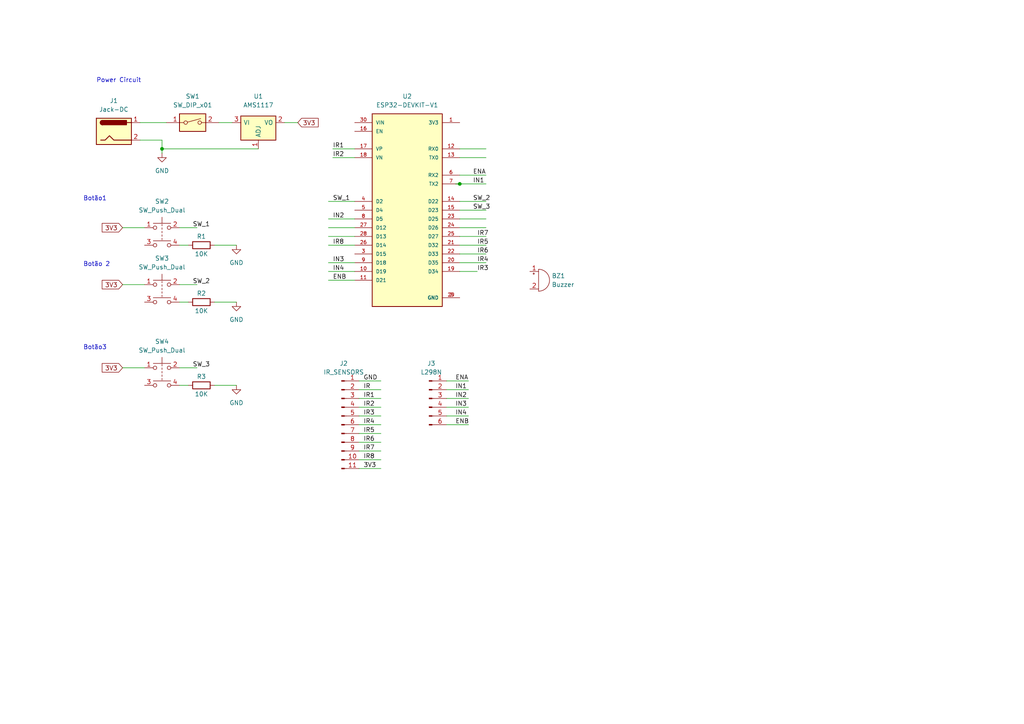
<source format=kicad_sch>
(kicad_sch (version 20211123) (generator eeschema)
  (paper "A4")
  (lib_symbols
    (symbol "Connector:Conn_01x06_Male" (pin_names (offset 1.016) hide)
      (property "Reference" "J" (at 0 7.62 0))
      (property "Value" "Conn_01x06_Male" (at 0 -10.16 0))
      (symbol "Conn_01x06_Male_1_1"
        (polyline (pts (xy 1.27 -7.62) (xy 0.8636 -7.62)) (stroke (width 0.1524)))
        (polyline (pts (xy 1.27 -5.08) (xy 0.8636 -5.08)) (stroke (width 0.1524)))
        (polyline (pts (xy 1.27 -2.54) (xy 0.8636 -2.54)) (stroke (width 0.1524)))
        (polyline (pts (xy 1.27 0) (xy 0.8636 0)) (stroke (width 0.1524)))
        (polyline (pts (xy 1.27 2.54) (xy 0.8636 2.54)) (stroke (width 0.1524)))
        (polyline (pts (xy 1.27 5.08) (xy 0.8636 5.08)) (stroke (width 0.1524)))
        (rectangle (start 0.8636 -7.493) (end 0 -7.747) (stroke (width 0.1524)) (fill (type outline)))
        (rectangle (start 0.8636 -4.953) (end 0 -5.207) (stroke (width 0.1524)) (fill (type outline)))
        (rectangle (start 0.8636 -2.413) (end 0 -2.667) (stroke (width 0.1524)) (fill (type outline)))
        (rectangle (start 0.8636 0.127) (end 0 -0.127) (stroke (width 0.1524)) (fill (type outline)))
        (rectangle (start 0.8636 2.667) (end 0 2.413) (stroke (width 0.1524)) (fill (type outline)))
        (rectangle (start 0.8636 5.207) (end 0 4.953) (stroke (width 0.1524)) (fill (type outline)))
        (pin passive line (at 5.08 5.08 180) (length 3.81) (name "Pin_1") (number "1"))
        (pin passive line (at 5.08 2.54 180) (length 3.81) (name "Pin_2") (number "2"))
        (pin passive line (at 5.08 0 180) (length 3.81) (name "Pin_3") (number "3"))
        (pin passive line (at 5.08 -2.54 180) (length 3.81) (name "Pin_4") (number "4"))
        (pin passive line (at 5.08 -5.08 180) (length 3.81) (name "Pin_5") (number "5"))
        (pin passive line (at 5.08 -7.62 180) (length 3.81) (name "Pin_6") (number "6"))
      )
    )
    (symbol "Connector:Conn_01x11_Male" (pin_names (offset 1.016) hide)
      (property "Reference" "J" (at 0 15.24 0))
      (property "Value" "Conn_01x11_Male" (at 0 -15.24 0))
      (symbol "Conn_01x11_Male_1_1"
        (polyline (pts (xy 1.27 -12.7) (xy 0.8636 -12.7)) (stroke (width 0.1524)))
        (polyline (pts (xy 1.27 -10.16) (xy 0.8636 -10.16)) (stroke (width 0.1524)))
        (polyline (pts (xy 1.27 -7.62) (xy 0.8636 -7.62)) (stroke (width 0.1524)))
        (polyline (pts (xy 1.27 -5.08) (xy 0.8636 -5.08)) (stroke (width 0.1524)))
        (polyline (pts (xy 1.27 -2.54) (xy 0.8636 -2.54)) (stroke (width 0.1524)))
        (polyline (pts (xy 1.27 0) (xy 0.8636 0)) (stroke (width 0.1524)))
        (polyline (pts (xy 1.27 2.54) (xy 0.8636 2.54)) (stroke (width 0.1524)))
        (polyline (pts (xy 1.27 5.08) (xy 0.8636 5.08)) (stroke (width 0.1524)))
        (polyline (pts (xy 1.27 7.62) (xy 0.8636 7.62)) (stroke (width 0.1524)))
        (polyline (pts (xy 1.27 10.16) (xy 0.8636 10.16)) (stroke (width 0.1524)))
        (polyline (pts (xy 1.27 12.7) (xy 0.8636 12.7)) (stroke (width 0.1524)))
        (rectangle (start 0.8636 -12.573) (end 0 -12.827) (stroke (width 0.1524)) (fill (type outline)))
        (rectangle (start 0.8636 -10.033) (end 0 -10.287) (stroke (width 0.1524)) (fill (type outline)))
        (rectangle (start 0.8636 -7.493) (end 0 -7.747) (stroke (width 0.1524)) (fill (type outline)))
        (rectangle (start 0.8636 -4.953) (end 0 -5.207) (stroke (width 0.1524)) (fill (type outline)))
        (rectangle (start 0.8636 -2.413) (end 0 -2.667) (stroke (width 0.1524)) (fill (type outline)))
        (rectangle (start 0.8636 0.127) (end 0 -0.127) (stroke (width 0.1524)) (fill (type outline)))
        (rectangle (start 0.8636 2.667) (end 0 2.413) (stroke (width 0.1524)) (fill (type outline)))
        (rectangle (start 0.8636 5.207) (end 0 4.953) (stroke (width 0.1524)) (fill (type outline)))
        (rectangle (start 0.8636 7.747) (end 0 7.493) (stroke (width 0.1524)) (fill (type outline)))
        (rectangle (start 0.8636 10.287) (end 0 10.033) (stroke (width 0.1524)) (fill (type outline)))
        (rectangle (start 0.8636 12.827) (end 0 12.573) (stroke (width 0.1524)) (fill (type outline)))
        (pin passive line (at 5.08 12.7 180) (length 3.81) (name "Pin_1") (number "1"))
        (pin passive line (at 5.08 -10.16 180) (length 3.81) (name "Pin_10") (number "10"))
        (pin passive line (at 5.08 -12.7 180) (length 3.81) (name "Pin_11") (number "11"))
        (pin passive line (at 5.08 10.16 180) (length 3.81) (name "Pin_2") (number "2"))
        (pin passive line (at 5.08 7.62 180) (length 3.81) (name "Pin_3") (number "3"))
        (pin passive line (at 5.08 5.08 180) (length 3.81) (name "Pin_4") (number "4"))
        (pin passive line (at 5.08 2.54 180) (length 3.81) (name "Pin_5") (number "5"))
        (pin passive line (at 5.08 0 180) (length 3.81) (name "Pin_6") (number "6"))
        (pin passive line (at 5.08 -2.54 180) (length 3.81) (name "Pin_7") (number "7"))
        (pin passive line (at 5.08 -5.08 180) (length 3.81) (name "Pin_8") (number "8"))
        (pin passive line (at 5.08 -7.62 180) (length 3.81) (name "Pin_9") (number "9"))
      )
    )
    (symbol "Connector:Jack-DC" (pin_names (offset 1.016))
      (property "Reference" "J" (at 0 5.334 0))
      (property "Value" "Jack-DC" (at 0 -5.08 0))
      (symbol "Jack-DC_0_1"
        (rectangle (start -5.08 3.81) (end 5.08 -3.81) (stroke (width 0.254)) (fill (type background)))
        (arc (start -3.302 3.175) (mid -3.937 2.54) (end -3.302 1.905) (stroke (width 0.254)))
        (arc (start -3.302 3.175) (mid -3.937 2.54) (end -3.302 1.905) (stroke (width 0.254)) (fill (type outline)))
        (polyline (pts (xy 5.08 2.54) (xy 3.81 2.54)) (stroke (width 0.254)))
        (polyline (pts (xy -3.81 -2.54) (xy -2.54 -2.54) (xy -1.27 -1.27) (xy 0 -2.54) (xy 2.54 -2.54) (xy 5.08 -2.54)) (stroke (width 0.254)))
        (rectangle (start 3.683 3.175) (end -3.302 1.905) (stroke (width 0.254)) (fill (type outline)))
      )
      (symbol "Jack-DC_1_1"
        (pin passive line (at 7.62 2.54 180) (length 2.54) (name "~") (number "1"))
        (pin passive line (at 7.62 -2.54 180) (length 2.54) (name "~") (number "2"))
      )
    )
    (symbol "Device:Buzzer" (pin_names (offset 0.0254) hide)
      (property "Reference" "BZ" (at 3.81 1.27 0))
      (property "Value" "Buzzer" (at 3.81 -1.27 0))
      (symbol "Buzzer_0_1"
        (arc (start 0 -3.175) (mid 3.175 0) (end 0 3.175))
        (polyline (pts (xy -1.651 1.905) (xy -1.143 1.905)))
        (polyline (pts (xy -1.397 2.159) (xy -1.397 1.651)))
        (polyline (pts (xy 0 3.175) (xy 0 -3.175)))
      )
      (symbol "Buzzer_1_1"
        (pin passive line (at -2.54 2.54 0) (length 2.54) (name "-") (number "1"))
        (pin passive line (at -2.54 -2.54 0) (length 2.54) (name "+") (number "2"))
      )
    )
    (symbol "Device:R" (pin_numbers hide) (pin_names (offset 0))
      (property "Reference" "R" (at 2.032 0 90))
      (property "Value" "R" (at 0 0 90))
      (symbol "R_0_1"
        (rectangle (start -1.016 -2.54) (end 1.016 2.54) (stroke (width 0.254)))
      )
      (symbol "R_1_1"
        (pin passive line (at 0 3.81 270) (length 1.27) (name "~") (number "1"))
        (pin passive line (at 0 -3.81 90) (length 1.27) (name "~") (number "2"))
      )
    )
    (symbol "ESP32-DEVKIT-V1:ESP32-DEVKIT-V1" (pin_names (offset 1.016))
      (property "Reference" "U" (at -10.16 30.48 0))
      (property "Value" "ESP32-DEVKIT-V1" (at -10.16 -30.48 0))
      (symbol "ESP32-DEVKIT-V1_0_0"
        (rectangle (start -10.16 -27.94) (end 10.16 27.94) (stroke (width 0.254)) (fill (type background)))
        (pin output line (at 15.24 25.4 180) (length 5.08) (name "3V3") (number "1"))
        (pin bidirectional line (at -15.24 -17.78 0) (length 5.08) (name "D19") (number "10"))
        (pin bidirectional line (at -15.24 -20.32 0) (length 5.08) (name "D21") (number "11"))
        (pin input line (at 15.24 17.78 180) (length 5.08) (name "RX0") (number "12"))
        (pin output line (at 15.24 15.24 180) (length 5.08) (name "TX0") (number "13"))
        (pin bidirectional line (at 15.24 2.54 180) (length 5.08) (name "D22") (number "14"))
        (pin bidirectional line (at 15.24 0 180) (length 5.08) (name "D23") (number "15"))
        (pin input line (at -15.24 22.86 0) (length 5.08) (name "EN") (number "16"))
        (pin bidirectional line (at -15.24 17.78 0) (length 5.08) (name "VP") (number "17"))
        (pin bidirectional line (at -15.24 15.24 0) (length 5.08) (name "VN") (number "18"))
        (pin bidirectional line (at 15.24 -17.78 180) (length 5.08) (name "D34") (number "19"))
        (pin power_in line (at 15.24 -25.4 180) (length 5.08) (name "GND") (number "2"))
        (pin bidirectional line (at 15.24 -15.24 180) (length 5.08) (name "D35") (number "20"))
        (pin bidirectional line (at 15.24 -10.16 180) (length 5.08) (name "D32") (number "21"))
        (pin bidirectional line (at 15.24 -12.7 180) (length 5.08) (name "D33") (number "22"))
        (pin bidirectional line (at 15.24 -2.54 180) (length 5.08) (name "D25") (number "23"))
        (pin bidirectional line (at 15.24 -5.08 180) (length 5.08) (name "D26") (number "24"))
        (pin bidirectional line (at 15.24 -7.62 180) (length 5.08) (name "D27") (number "25"))
        (pin bidirectional line (at -15.24 -10.16 0) (length 5.08) (name "D14") (number "26"))
        (pin bidirectional line (at -15.24 -5.08 0) (length 5.08) (name "D12") (number "27"))
        (pin bidirectional line (at -15.24 -7.62 0) (length 5.08) (name "D13") (number "28"))
        (pin power_in line (at 15.24 -25.4 180) (length 5.08) (name "GND") (number "29"))
        (pin bidirectional line (at -15.24 -12.7 0) (length 5.08) (name "D15") (number "3"))
        (pin input line (at -15.24 25.4 0) (length 5.08) (name "VIN") (number "30"))
        (pin bidirectional line (at -15.24 2.54 0) (length 5.08) (name "D2") (number "4"))
        (pin bidirectional line (at -15.24 0 0) (length 5.08) (name "D4") (number "5"))
        (pin input line (at 15.24 10.16 180) (length 5.08) (name "RX2") (number "6"))
        (pin output line (at 15.24 7.62 180) (length 5.08) (name "TX2") (number "7"))
        (pin bidirectional line (at -15.24 -2.54 0) (length 5.08) (name "D5") (number "8"))
        (pin bidirectional line (at -15.24 -15.24 0) (length 5.08) (name "D18") (number "9"))
      )
    )
    (symbol "Regulator_Linear:AMS1117" (pin_names (offset 0.762))
      (property "Reference" "U" (at -3.81 3.175 0))
      (property "Value" "AMS1117" (at 0 3.175 0))
      (symbol "AMS1117_0_1"
        (rectangle (start -5.08 -5.08) (end 5.08 1.905) (stroke (width 0.254)) (fill (type background)))
      )
      (symbol "AMS1117_1_1"
        (pin input line (at 0 -7.62 90) (length 2.54) (name "ADJ") (number "1"))
        (pin power_out line (at 7.62 0 180) (length 2.54) (name "VO") (number "2"))
        (pin power_in line (at -7.62 0 0) (length 2.54) (name "VI") (number "3"))
      )
    )
    (symbol "Switch:SW_DIP_x01" (pin_names (offset 0) hide)
      (property "Reference" "SW" (at 0 3.81 0))
      (property "Value" "SW_DIP_x01" (at 0 -3.81 0))
      (symbol "SW_DIP_x01_0_0"
        (circle (center -2.032 0) (radius 0.508))
        (polyline (pts (xy -1.524 0.127) (xy 2.3622 1.1684)))
        (circle (center 2.032 0) (radius 0.508))
      )
      (symbol "SW_DIP_x01_0_1"
        (rectangle (start -3.81 2.54) (end 3.81 -2.54) (stroke (width 0.254)) (fill (type background)))
      )
      (symbol "SW_DIP_x01_1_1"
        (pin passive line (at -7.62 0 0) (length 5.08) (name "~") (number "1"))
        (pin passive line (at 7.62 0 180) (length 5.08) (name "~") (number "2"))
      )
    )
    (symbol "Switch:SW_Push_Dual" (pin_names (offset 1.016) hide)
      (property "Reference" "SW" (at 1.27 2.54 0))
      (property "Value" "SW_Push_Dual" (at 0 -6.858 0))
      (symbol "SW_Push_Dual_0_1"
        (circle (center -2.032 -5.08) (radius 0.508))
        (circle (center -2.032 0) (radius 0.508))
        (polyline (pts (xy 0 -3.048) (xy 0 -3.556)))
        (polyline (pts (xy 0 -2.032) (xy 0 -2.54)))
        (polyline (pts (xy 0 -1.524) (xy 0 -1.016)))
        (polyline (pts (xy 0 -0.508) (xy 0 0)))
        (polyline (pts (xy 0 0.508) (xy 0 1.016)))
        (polyline (pts (xy 0 1.27) (xy 0 3.048)))
        (polyline (pts (xy 2.54 -3.81) (xy -2.54 -3.81)))
        (polyline (pts (xy 2.54 1.27) (xy -2.54 1.27)))
        (circle (center 2.032 -5.08) (radius 0.508))
        (circle (center 2.032 0) (radius 0.508))
        (pin passive line (at -5.08 0 0) (length 2.54) (name "1") (number "1"))
        (pin passive line (at 5.08 0 180) (length 2.54) (name "2") (number "2"))
        (pin passive line (at -5.08 -5.08 0) (length 2.54) (name "3") (number "3"))
        (pin passive line (at 5.08 -5.08 180) (length 2.54) (name "4") (number "4"))
      )
    )
    (symbol "power:GND" (power) (pin_names (offset 0))
      (property "Value" "GND" (at 0 -3.81 0))
      (symbol "GND_0_1"
        (polyline (pts (xy 0 0) (xy 0 -1.27) (xy 1.27 -1.27) (xy 0 -2.54) (xy -1.27 -1.27) (xy 0 -1.27)))
      )
      (symbol "GND_1_1"
        (pin power_in line (at 0 0 270) (length 0) hide (name "GND") (number "1"))
      )
    )
  )
  (junction (at 46.99 43.18))
  (junction (at 133.35 53.34))
  (wire (pts (xy 95.25 66.04) (xy 102.87 66.04)))
  (wire (pts (xy 52.07 111.76) (xy 54.61 111.76)))
  (wire (pts (xy 96.52 45.72) (xy 102.87 45.72)))
  (wire (pts (xy 104.14 133.35) (xy 110.49 133.35)))
  (wire (pts (xy 62.23 111.76) (xy 68.58 111.76)))
  (wire (pts (xy 129.54 110.49) (xy 135.89 110.49)))
  (wire (pts (xy 95.25 76.2) (xy 102.87 76.2)))
  (wire (pts (xy 82.55 35.56) (xy 86.36 35.56)))
  (wire (pts (xy 133.35 53.34) (xy 140.97 53.34)))
  (wire (pts (xy 133.35 63.5) (xy 140.97 63.5)))
  (wire (pts (xy 104.14 130.81) (xy 110.49 130.81)))
  (wire (pts (xy 52.07 106.68) (xy 57.15 106.68)))
  (wire (pts (xy 129.54 113.03) (xy 135.89 113.03)))
  (wire (pts (xy 104.14 128.27) (xy 110.49 128.27)))
  (wire (pts (xy 46.99 40.64) (xy 46.99 43.18)))
  (wire (pts (xy 52.07 71.12) (xy 54.61 71.12)))
  (wire (pts (xy 104.14 110.49) (xy 110.49 110.49)))
  (wire (pts (xy 62.23 87.63) (xy 68.58 87.63)))
  (wire (pts (xy 95.25 68.58) (xy 102.87 68.58)))
  (wire (pts (xy 133.35 71.12) (xy 140.97 71.12)))
  (wire (pts (xy 96.52 43.18) (xy 102.87 43.18)))
  (wire (pts (xy 104.14 118.11) (xy 110.49 118.11)))
  (wire (pts (xy 133.35 43.18) (xy 140.97 43.18)))
  (wire (pts (xy 133.35 60.96) (xy 140.97 60.96)))
  (wire (pts (xy 104.14 123.19) (xy 110.49 123.19)))
  (wire (pts (xy 129.54 115.57) (xy 135.89 115.57)))
  (wire (pts (xy 95.25 58.42) (xy 102.87 58.42)))
  (wire (pts (xy 133.35 78.74) (xy 138.43 78.74)))
  (wire (pts (xy 104.14 115.57) (xy 110.49 115.57)))
  (wire (pts (xy 40.64 40.64) (xy 46.99 40.64)))
  (wire (pts (xy 95.25 63.5) (xy 102.87 63.5)))
  (wire (pts (xy 133.35 68.58) (xy 140.97 68.58)))
  (wire (pts (xy 95.25 78.74) (xy 102.87 78.74)))
  (wire (pts (xy 52.07 87.63) (xy 54.61 87.63)))
  (wire (pts (xy 133.35 58.42) (xy 140.97 58.42)))
  (wire (pts (xy 129.54 120.65) (xy 135.89 120.65)))
  (wire (pts (xy 52.07 82.55) (xy 57.15 82.55)))
  (wire (pts (xy 104.14 135.89) (xy 110.49 135.89)))
  (wire (pts (xy 104.14 120.65) (xy 110.49 120.65)))
  (wire (pts (xy 129.54 118.11) (xy 135.89 118.11)))
  (wire (pts (xy 95.25 81.28) (xy 102.87 81.28)))
  (wire (pts (xy 133.35 50.8) (xy 140.97 50.8)))
  (wire (pts (xy 95.25 71.12) (xy 102.87 71.12)))
  (wire (pts (xy 133.35 66.04) (xy 140.97 66.04)))
  (wire (pts (xy 52.07 66.04) (xy 57.15 66.04)))
  (wire (pts (xy 129.54 123.19) (xy 135.89 123.19)))
  (wire (pts (xy 62.23 71.12) (xy 68.58 71.12)))
  (wire (pts (xy 133.35 45.72) (xy 140.97 45.72)))
  (wire (pts (xy 133.35 76.2) (xy 140.97 76.2)))
  (wire (pts (xy 40.64 35.56) (xy 48.26 35.56)))
  (wire (pts (xy 63.5 35.56) (xy 67.31 35.56)))
  (wire (pts (xy 35.56 66.04) (xy 41.91 66.04)))
  (wire (pts (xy 74.93 43.18) (xy 46.99 43.18)))
  (wire (pts (xy 35.56 106.68) (xy 41.91 106.68)))
  (wire (pts (xy 104.14 113.03) (xy 110.49 113.03)))
  (wire (pts (xy 46.99 43.18) (xy 46.99 44.45)))
  (wire (pts (xy 132.08 53.34) (xy 133.35 53.34)))
  (wire (pts (xy 35.56 82.55) (xy 41.91 82.55)))
  (wire (pts (xy 133.35 73.66) (xy 140.97 73.66)))
  (wire (pts (xy 104.14 125.73) (xy 110.49 125.73)))
  (text "Power Circuit\n" (at 27.94 24.13 0) (effects (font (size 1.27 1.27)) (justify left bottom)))
  (text "Botão1\n" (at 24.13 58.42 0) (effects (font (size 1.27 1.27)) (justify left bottom)))
  (text "Botão3\n" (at 24.13 101.6 0) (effects (font (size 1.27 1.27)) (justify left bottom)))
  (text "Botão 2\n" (at 24.13 77.47 0) (effects (font (size 1.27 1.27)) (justify left bottom)))
  (label "ENB" (at 96.52 81.28 0))
  (label "IN4" (at 96.52 78.74 0))
  (label "IN1" (at 132.08 113.03 0))
  (label "IR6" (at 105.41 128.27 0))
  (label "IR" (at 105.41 113.03 0))
  (label "IR6" (at 138.43 73.66 0))
  (label "IR7" (at 138.43 68.58 0))
  (label "ENA" (at 132.08 110.49 0))
  (label "IR8" (at 96.52 71.12 0))
  (label "IR8" (at 105.41 133.35 0))
  (label "IR4" (at 105.41 123.19 0))
  (label "IN1" (at 137.16 53.34 0))
  (label "IR1" (at 96.52 43.18 0))
  (label "IR2" (at 105.41 118.11 0))
  (label "IR2" (at 96.52 45.72 0))
  (label "IR4" (at 138.43 76.2 0))
  (label "IN3" (at 96.52 76.2 0))
  (label "ENA" (at 137.16 50.8 0))
  (label "IR1" (at 105.41 115.57 0))
  (label "IR5" (at 138.43 71.12 0))
  (label "SW_2" (at 55.88 82.55 0))
  (label "IR3" (at 105.41 120.65 0))
  (label "IR5" (at 105.41 125.73 0))
  (label "SW_1" (at 96.52 58.42 0))
  (label "IN2" (at 96.52 63.5 0))
  (label "SW_2" (at 137.16 58.42 0))
  (label "IR3" (at 138.43 78.74 0))
  (label "GND" (at 105.41 110.49 0))
  (label "ENB" (at 132.08 123.19 0))
  (label "SW_3" (at 55.88 106.68 0))
  (label "IN4" (at 132.08 120.65 0))
  (label "3V3" (at 105.41 135.89 0))
  (label "IR7" (at 105.41 130.81 0))
  (label "SW_3" (at 137.16 60.96 0))
  (label "IN2" (at 132.08 115.57 0))
  (label "SW_1" (at 55.88 66.04 0))
  (label "IN3" (at 132.08 118.11 0))
  (global_label "3V3" (shape input) (at 35.56 106.68 180) (property "Intersheet References" "${INTERSHEET_REFS}" (effects hide)))
  (global_label "3V3" (shape input) (at 86.36 35.56 0) (property "Intersheet References" "${INTERSHEET_REFS}" (effects hide)))
  (global_label "3V3" (shape input) (at 35.56 82.55 180) (property "Intersheet References" "${INTERSHEET_REFS}" (effects hide)))
  (global_label "3V3" (shape input) (at 35.56 66.04 180) (property "Intersheet References" "${INTERSHEET_REFS}" (effects hide)))
  (symbol (lib_id "Switch:SW_Push_Dual") (at 46.99 106.68 0) (unit 1)
    (property "Reference" "SW4" (at 46.99 99.06 0))
    (property "Value" "SW_Push_Dual" (at 46.99 101.6 0))
  )
  (symbol (lib_id "Device:R") (at 58.42 111.76 90) (unit 1)
    (property "Reference" "R3" (at 58.42 109.22 90))
    (property "Value" "10K" (at 58.42 114.3 90))
  )
  (symbol (lib_id "Connector:Conn_01x11_Male") (at 99.06 123.19 0) (unit 1)
    (property "Reference" "J2" (at 99.695 105.41 0))
    (property "Value" "IR_SENSORS" (at 99.695 107.95 0))
  )
  (symbol (lib_id "Switch:SW_DIP_x01") (at 55.88 35.56 0) (unit 1)
    (property "Reference" "SW1" (at 55.88 27.94 0))
    (property "Value" "SW_DIP_x01" (at 55.88 30.48 0))
  )
  (symbol (lib_id "power:GND") (at 68.58 111.76 0) (unit 1)
    (property "Reference" "#PWR03" (effects hide))
    (property "Value" "GND" (at 68.58 116.84 0))
  )
  (symbol (lib_id "Switch:SW_Push_Dual") (at 46.99 66.04 0) (unit 1)
    (property "Reference" "SW2" (at 46.99 58.42 0))
    (property "Value" "SW_Push_Dual" (at 46.99 60.96 0))
  )
  (symbol (lib_id "power:GND") (at 68.58 71.12 0) (unit 1)
    (property "Reference" "#PWR01" (effects hide))
    (property "Value" "GND" (at 68.58 76.2 0))
  )
  (symbol (lib_id "Device:R") (at 58.42 87.63 90) (unit 1)
    (property "Reference" "R2" (at 58.42 85.09 90))
    (property "Value" "10K" (at 58.42 90.17 90))
  )
  (symbol (lib_id "power:GND") (at 68.58 87.63 0) (unit 1)
    (property "Reference" "#PWR02" (effects hide))
    (property "Value" "GND" (at 68.58 92.71 0))
  )
  (symbol (lib_id "Device:Buzzer") (at 156.21 81.28 0) (unit 1)
    (property "Reference" "BZ1" (at 160.02 80.0099 0) (effects (justify left)))
    (property "Value" "Buzzer" (at 160.02 82.5499 0) (effects (justify left)))
  )
  (symbol (lib_id "ESP32-DEVKIT-V1:ESP32-DEVKIT-V1") (at 118.11 60.96 0) (unit 1)
    (property "Reference" "U2" (at 118.11 27.94 0))
    (property "Value" "ESP32-DEVKIT-V1" (at 118.11 30.48 0))
    (property "Footprint" "MODULE_ESP32_DEVKIT_V1" (effects hide))
    (property "MANUFACTURER" "DOIT" (effects hide))
    (property "STANDARD" "Manufacturer Recommendations" (effects hide))
    (property "PARTREV" "N/A" (effects hide))
    (property "MAXIMUM_PACKAGE_HEIGHT" "6.8 mm" (effects hide))
  )
  (symbol (lib_id "Device:R") (at 58.42 71.12 90) (unit 1)
    (property "Reference" "R1" (at 58.42 68.58 90))
    (property "Value" "10K" (at 58.42 73.66 90))
  )
  (symbol (lib_id "Connector:Conn_01x06_Male") (at 124.46 115.57 0) (unit 1)
    (property "Reference" "J3" (at 125.095 105.41 0))
    (property "Value" "L298N" (at 125.095 107.95 0))
  )
  (symbol (lib_id "Switch:SW_Push_Dual") (at 46.99 82.55 0) (unit 1)
    (property "Reference" "SW3" (at 46.99 74.93 0))
    (property "Value" "SW_Push_Dual" (at 46.99 77.47 0))
  )
  (symbol (lib_id "Regulator_Linear:AMS1117") (at 74.93 35.56 0) (unit 1)
    (property "Reference" "U1" (at 74.93 27.94 0))
    (property "Value" "AMS1117" (at 74.93 30.48 0))
    (property "Footprint" "Package_TO_SOT_SMD:SOT-223-3_TabPin2" (effects hide))
    (property "Datasheet" "http://www.advanced-monolithic.com/pdf/ds1117.pdf" (effects hide))
  )
  (symbol (lib_id "power:GND") (at 46.99 44.45 0) (unit 1)
    (property "Reference" "#PWR0101" (effects hide))
    (property "Value" "GND" (at 46.99 49.53 0))
  )
  (symbol (lib_id "Connector:Jack-DC") (at 33.02 38.1 0) (unit 1)
    (property "Reference" "J1" (at 33.02 29.21 0))
    (property "Value" "Jack-DC" (at 33.02 31.75 0))
  )
)
</source>
